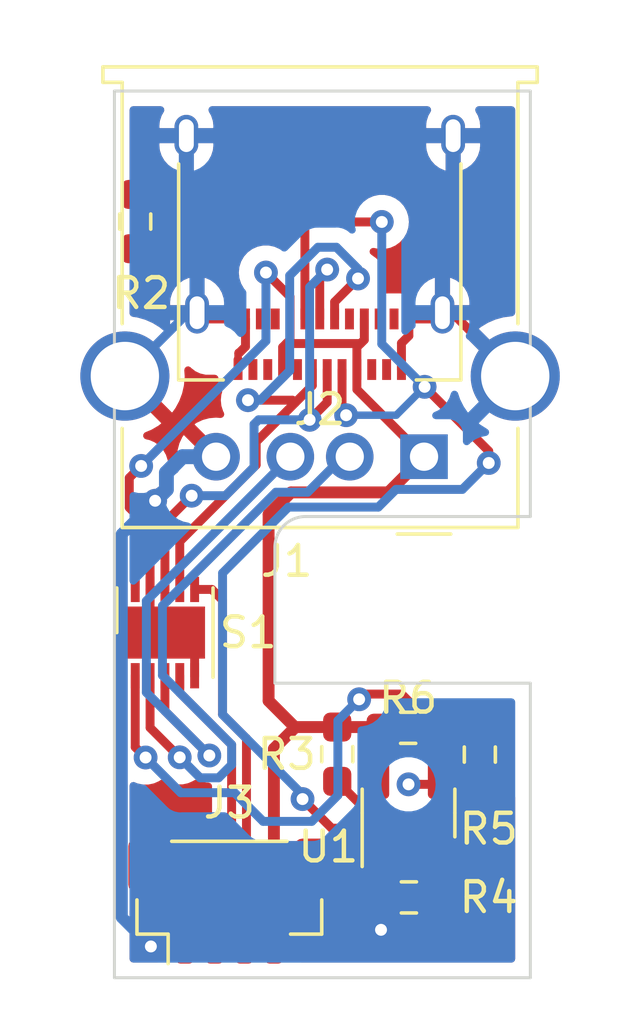
<source format=kicad_pcb>
(kicad_pcb (version 20211014) (generator pcbnew)
  (layers (0 "F.Cu" signal) (31 "B.Cu" signal) (34 "B.Paste" user) (35 "F.Paste" user) (36 "B.SilkS" user "B.Silkscreen") (37 "F.SilkS" user "F.Silkscreen") (38 "B.Mask" user) (39 "F.Mask" user) (44 "Edge.Cuts" user))
  (net 0 "")
  (net 1 "+5V")
  (net 2 "Net-(J1-Pad2)")
  (net 3 "Net-(J1-Pad3)")
  (net 4 "GND")
  (net 5 "Net-(J2-PadA6)")
  (net 6 "Net-(J2-PadA7)")
  (net 8 "Net-(J2-PadA5)")
  (net 10 "Net-(S1-Pad4)")
  (net 11 "Net-(S1-Pad6)")
  (net 12 "Net-(R3-Pad2)")
  (net 13 "Net-(R5-Pad2)")
  (footprint "Resistor_SMD:R_0603_1608Metric_Pad0.98x0.95mm_HandSolder" (layer "F.Cu") (at 171.5 112.4875 -90)
    (fp_text reference "R3" (at 0 1.7 180) (layer "F.SilkS"))
    (fp_text value "100k")
    (fp_line (start -0.254724 0.5225) (end 0.254724 0.5225) (layer "F.SilkS") (width 0.12))
    (fp_line (start -0.254724 -0.5225) (end 0.254724 -0.5225) (layer "F.SilkS") (width 0.12))
    (pad "1" smd roundrect (at -0.9125 0 270) (size 0.975 0.95) (layers "F.Cu" "F.Paste" "F.Mask") (net 1 "+5V"))
    (pad "2" smd roundrect (at 0.9125 0 270) (size 0.975 0.95) (layers "F.Cu" "F.Paste" "F.Mask") (net 12 "Net-(R3-Pad2)"))
  )
  (footprint "Connector_JST:JST_SH_BM04B-SRSS-TB_1x04-1MP_P1.00mm_Vertical" (layer "F.Cu") (at 167.8686 117.4242)
    (fp_text reference "J3" (at 0 -3.3) (layer "F.SilkS"))
    (fp_text value "Conn_01x04_Female")
    (fp_line (start -3.11 1.11) (end -2.06 1.11) (layer "F.SilkS") (width 0.12))
    (fp_line (start -3.11 -0.04) (end -3.11 1.11) (layer "F.SilkS") (width 0.12))
    (fp_line (start 3.11 -0.04) (end 3.11 1.11) (layer "F.SilkS") (width 0.12))
    (fp_line (start -1.94 -2.01) (end 1.94 -2.01) (layer "F.SilkS") (width 0.12))
    (fp_line (start 3.11 1.11) (end 2.06 1.11) (layer "F.SilkS") (width 0.12))
    (fp_line (start -2.06 1.11) (end -2.06 2.1) (layer "F.SilkS") (width 0.12))
    (pad "1" smd roundrect (at -1.5 1.325) (size 0.6 1.55) (layers "F.Cu" "F.Paste" "F.Mask") (net 4 "GND"))
    (pad "2" smd roundrect (at -0.5 1.325) (size 0.6 1.55) (layers "F.Cu" "F.Paste" "F.Mask") (net 10 "Net-(S1-Pad4)"))
    (pad "3" smd roundrect (at 0.5 1.325) (size 0.6 1.55) (layers "F.Cu" "F.Paste" "F.Mask") (net 11 "Net-(S1-Pad6)"))
    (pad "4" smd roundrect (at 1.5 1.325) (size 0.6 1.55) (layers "F.Cu" "F.Paste" "F.Mask") (net 1 "+5V"))
    (pad "MP" smd roundrect (at 2.8 -1.2) (size 1.2 1.8) (layers "F.Cu" "F.Paste" "F.Mask") (roundrect_rratio 0.208333))
    (pad "MP" smd roundrect (at -2.8 -1.2) (size 1.2 1.8) (layers "F.Cu" "F.Paste" "F.Mask") (roundrect_rratio 0.208333))
  )
  (footprint "Resistor_SMD:R_0603_1608Metric_Pad0.98x0.95mm_HandSolder" (layer "F.Cu") (at 173.8875 111.6)
    (fp_text reference "R6" (at 0 -1) (layer "F.SilkS"))
    (fp_text value "5.1k")
    (fp_line (start -0.254724 -0.5225) (end 0.254724 -0.5225) (layer "F.SilkS") (width 0.12))
    (fp_line (start -0.254724 0.5225) (end 0.254724 0.5225) (layer "F.SilkS") (width 0.12))
    (pad "1" smd roundrect (at -0.9125 0) (size 0.975 0.95) (layers "F.Cu" "F.Paste" "F.Mask") (net 1 "+5V"))
    (pad "2" smd roundrect (at 0.9125 0) (size 0.975 0.95) (layers "F.Cu" "F.Paste" "F.Mask") (net 13 "Net-(R5-Pad2)"))
  )
  (footprint "Resistor_SMD:R_0603_1608Metric_Pad0.98x0.95mm_HandSolder" (layer "F.Cu") (at 176.3 112.5 90)
    (fp_text reference "R5" (at -2.5 0.3 180) (layer "F.SilkS"))
    (fp_text value "50k")
    (fp_line (start -0.254724 -0.5225) (end 0.254724 -0.5225) (layer "F.SilkS") (width 0.12))
    (fp_line (start -0.254724 0.5225) (end 0.254724 0.5225) (layer "F.SilkS") (width 0.12))
    (pad "1" smd roundrect (at -0.9125 0 90) (size 0.975 0.95) (layers "F.Cu" "F.Paste" "F.Mask") (net 12 "Net-(R3-Pad2)"))
    (pad "2" smd roundrect (at 0.9125 0 90) (size 0.975 0.95) (layers "F.Cu" "F.Paste" "F.Mask") (net 13 "Net-(R5-Pad2)"))
  )
  (footprint "Package_TO_SOT_SMD:SOT-23-5" (layer "F.Cu") (at 173.9 114.4625 90)
    (fp_text reference "U1" (at -1.1375 -2.7 180) (layer "F.SilkS"))
    (fp_text value "LM397")
    (fp_line (start 0 -1.56) (end -1.8 -1.56) (layer "F.SilkS") (width 0.12))
    (fp_line (start 0 1.56) (end 0.8 1.56) (layer "F.SilkS") (width 0.12))
    (fp_line (start 0 -1.56) (end 0.8 -1.56) (layer "F.SilkS") (width 0.12))
    (fp_line (start 0 1.56) (end -0.8 1.56) (layer "F.SilkS") (width 0.12))
    (pad "1" smd roundrect (at -1.1375 -0.95 90) (size 1.325 0.6) (layers "F.Cu" "F.Paste" "F.Mask") (net 8 "Net-(J2-PadA5)"))
    (pad "2" smd roundrect (at -1.1375 0 90) (size 1.325 0.6) (layers "F.Cu" "F.Paste" "F.Mask") (net 4 "GND"))
    (pad "3" smd roundrect (at -1.1375 0.95 90) (size 1.325 0.6) (layers "F.Cu" "F.Paste" "F.Mask") (net 12 "Net-(R3-Pad2)"))
    (pad "4" smd roundrect (at 1.1375 0.95 90) (size 1.325 0.6) (layers "F.Cu" "F.Paste" "F.Mask") (net 13 "Net-(R5-Pad2)"))
    (pad "5" smd roundrect (at 1.1375 -0.95 90) (size 1.325 0.6) (layers "F.Cu" "F.Paste" "F.Mask") (net 1 "+5V"))
  )
  (footprint "Package_DFN_QFN:DFN-10-1EP_3x3mm_P0.5mm_EP1.75x2.7mm" (layer "F.Cu") (at 165.7 108.4 90)
    (fp_text reference "S1" (at 0 2.8 180) (layer "F.SilkS"))
    (fp_text value "ISL54225")
    (fp_line (start 0 -1.62) (end 1.5 -1.62) (layer "F.SilkS") (width 0.12))
    (fp_line (start -1.5 1.62) (end 1.5 1.62) (layer "F.SilkS") (width 0.12))
    (pad "1" smd rect (at -1.45 -1 90) (size 0.85 0.3) (layers "F.Cu" "F.Paste" "F.Mask") (net 13 "Net-(R5-Pad2)"))
    (pad "2" smd rect (at -1.45 -0.5 90) (size 0.85 0.3) (layers "F.Cu" "F.Paste" "F.Mask") (net 2 "Net-(J1-Pad2)"))
    (pad "3" smd rect (at -1.45 0 90) (size 0.85 0.3) (layers "F.Cu" "F.Paste" "F.Mask") (net 3 "Net-(J1-Pad3)"))
    (pad "4" smd rect (at -1.45 0.5 90) (size 0.85 0.3) (layers "F.Cu" "F.Paste" "F.Mask") (net 10 "Net-(S1-Pad4)"))
    (pad "5" smd rect (at -1.45 1 90) (size 0.85 0.3) (layers "F.Cu" "F.Paste" "F.Mask") (net 4 "GND"))
    (pad "6" smd rect (at 1.45 1 90) (size 0.85 0.3) (layers "F.Cu" "F.Paste" "F.Mask") (net 11 "Net-(S1-Pad6)"))
    (pad "7" smd rect (at 1.45 0.5 90) (size 0.85 0.3) (layers "F.Cu" "F.Paste" "F.Mask") (net 6 "Net-(J2-PadA7)"))
    (pad "8" smd rect (at 1.45 0 90) (size 0.85 0.3) (layers "F.Cu" "F.Paste" "F.Mask") (net 5 "Net-(J2-PadA6)"))
    (pad "9" smd rect (at 1.45 -0.5 90) (size 0.85 0.3) (layers "F.Cu" "F.Paste" "F.Mask") (net 4 "GND"))
    (pad "10" smd rect (at 1.45 -1 90) (size 0.85 0.3) (layers "F.Cu" "F.Paste" "F.Mask") (net 1 "+5V"))
    (pad "11" smd rect (at 0 0 90) (size 1.75 2.7) (layers "F.Cu" "F.Mask") (net 4 "GND"))
  )
  (footprint "Connector_USB:USB_C_Receptacle_Amphenol_12401610E4-2A" (layer "F.Cu") (at 170.911792 94.54 180)
    (fp_text reference "J2" (at 0 -6.36) (layer "F.SilkS"))
    (fp_text value "USB_C_Receptacle_USB2.0")
    (fp_line (start -4.75 -5.37) (end -4.75 1.89) (layer "F.SilkS") (width 0.12))
    (fp_line (start -4.75 -5.37) (end -3.25 -5.37) (layer "F.SilkS") (width 0.12))
    (fp_line (start 3.25 -5.37) (end 4.75 -5.37) (layer "F.SilkS") (width 0.12))
    (fp_line (start 4.75 -5.37) (end 4.75 1.89) (layer "F.SilkS") (width 0.12))
    (pad "" np_thru_hole oval (at 3.6 -4.36 180) (size 0.95 0.65) (drill oval 0.95 0.65) (layers *.Cu *.Mask))
    (pad "" np_thru_hole circle (at -3.6 -4.36 180) (size 0.65 0.65) (drill 0.65) (layers *.Cu *.Mask))
    (pad "A1" smd rect (at -2.75 -5.02 180) (size 0.3 0.7) (layers "F.Cu" "F.Paste" "F.Mask") (net 4 "GND"))
    (pad "A2" smd rect (at -2.25 -5.02 180) (size 0.3 0.7) (layers "F.Cu" "F.Paste" "F.Mask"))
    (pad "A3" smd rect (at -1.75 -5.02 180) (size 0.3 0.7) (layers "F.Cu" "F.Paste" "F.Mask"))
    (pad "A4" smd rect (at -1.25 -5.02 180) (size 0.3 0.7) (layers "F.Cu" "F.Paste" "F.Mask") (net 1 "+5V"))
    (pad "A5" smd rect (at -0.75 -5.02 180) (size 0.3 0.7) (layers "F.Cu" "F.Paste" "F.Mask") (net 8 "Net-(J2-PadA5)"))
    (pad "A6" smd rect (at -0.25 -5.02 180) (size 0.3 0.7) (layers "F.Cu" "F.Paste" "F.Mask") (net 5 "Net-(J2-PadA6)"))
    (pad "A7" smd rect (at 0.25 -5.02 180) (size 0.3 0.7) (layers "F.Cu" "F.Paste" "F.Mask") (net 6 "Net-(J2-PadA7)"))
    (pad "A8" smd rect (at 0.75 -5.02 180) (size 0.3 0.7) (layers "F.Cu" "F.Paste" "F.Mask"))
    (pad "A9" smd rect (at 1.25 -5.02 180) (size 0.3 0.7) (layers "F.Cu" "F.Paste" "F.Mask") (net 1 "+5V"))
    (pad "A10" smd rect (at 1.75 -5.02 180) (size 0.3 0.7) (layers "F.Cu" "F.Paste" "F.Mask"))
    (pad "A11" smd rect (at 2.25 -5.02 180) (size 0.3 0.7) (layers "F.Cu" "F.Paste" "F.Mask"))
    (pad "A12" smd rect (at 2.75 -5.02 180) (size 0.3 0.7) (layers "F.Cu" "F.Paste" "F.Mask") (net 4 "GND"))
    (pad "B1" smd rect (at 2.5 -3.32 180) (size 0.3 0.7) (layers "F.Cu" "F.Paste" "F.Mask") (net 4 "GND"))
    (pad "B2" smd rect (at 2 -3.32 180) (size 0.3 0.7) (layers "F.Cu" "F.Paste" "F.Mask"))
    (pad "B3" smd rect (at 1.5 -3.32 180) (size 0.3 0.7) (layers "F.Cu" "F.Paste" "F.Mask"))
    (pad "B4" smd rect (at 1 -3.32 180) (size 0.3 0.7) (layers "F.Cu" "F.Paste" "F.Mask") (net 1 "+5V"))
    (pad "B5" smd rect (at 0.5 -3.32 180) (size 0.3 0.7) (layers "F.Cu" "F.Paste" "F.Mask") (net 8 "Net-(J2-PadA5)"))
    (pad "B6" smd rect (at 0 -3.32 180) (size 0.3 0.7) (layers "F.Cu" "F.Paste" "F.Mask") (net 5 "Net-(J2-PadA6)"))
    (pad "B7" smd rect (at -0.5 -3.32 180) (size 0.3 0.7) (layers "F.Cu" "F.Paste" "F.Mask") (net 6 "Net-(J2-PadA7)"))
    (pad "B8" smd rect (at -1 -3.32 180) (size 0.3 0.7) (layers "F.Cu" "F.Paste" "F.Mask"))
    (pad "B9" smd rect (at -1.5 -3.32 180) (size 0.3 0.7) (layers "F.Cu" "F.Paste" "F.Mask") (net 1 "+5V"))
    (pad "B10" smd rect (at -2 -3.32 180) (size 0.3 0.7) (layers "F.Cu" "F.Paste" "F.Mask"))
    (pad "B11" smd rect (at -2.5 -3.32 180) (size 0.3 0.7) (layers "F.Cu" "F.Paste" "F.Mask"))
    (pad "B12" smd rect (at -3 -3.32 180) (size 0.3 0.7) (layers "F.Cu" "F.Paste" "F.Mask") (net 4 "GND"))
    (pad "S1" thru_hole oval (at -4.13 -3.11 180) (size 0.8 1.4) (drill oval 0.5 1.1) (layers *.Cu *.Mask) (net 4 "GND"))
    (pad "S1" thru_hole oval (at 4.13 -3.11 180) (size 0.8 1.4) (drill oval 0.5 1.1) (layers *.Cu *.Mask) (net 4 "GND"))
    (pad "S1" thru_hole oval (at 4.49 2.84 180) (size 0.8 1.4) (drill oval 0.5 1.1) (layers *.Cu *.Mask) (net 4 "GND"))
    (pad "S1" thru_hole oval (at -4.49 2.84 180) (size 0.8 1.4) (drill oval 0.5 1.1) (layers *.Cu *.Mask) (net 4 "GND"))
  )
  (footprint "Resistor_SMD:R_0603_1608Metric_Pad0.98x0.95mm_HandSolder" (layer "F.Cu") (at 173.9125 117.3 180)
    (fp_text reference "R4" (at -2.6875 0) (layer "F.SilkS"))
    (fp_text value "1k")
    (fp_line (start -0.254724 -0.5225) (end 0.254724 -0.5225) (layer "F.SilkS") (width 0.12))
    (fp_line (start -0.254724 0.5225) (end 0.254724 0.5225) (layer "F.SilkS") (width 0.12))
    (pad "1" smd roundrect (at -0.9125 0 180) (size 0.975 0.95) (layers "F.Cu" "F.Paste" "F.Mask") (net 12 "Net-(R3-Pad2)"))
    (pad "2" smd roundrect (at 0.9125 0 180) (size 0.975 0.95) (layers "F.Cu" "F.Paste" "F.Mask") (net 4 "GND"))
  )
  (footprint "Connector_USB:USB_A_Molex_67643_Horizontal" (layer "F.Cu") (at 174.4218 102.489 180)
    (fp_text reference "J1" (at 4.6218 -3.511 180) (layer "F.SilkS"))
    (fp_text value "USB_A")
    (fp_line (start -0.9 -2.6) (end 0.9 -2.6) (layer "F.SilkS") (width 0.12))
    (fp_line (start -3.16 12.58) (end -3.16 4.47) (layer "F.SilkS") (width 0.12))
    (fp_line (start -3.81 12.58) (end -3.81 13.1) (layer "F.SilkS") (width 0.12))
    (fp_line (start -3.16 -2.38) (end -3.16 0.95) (layer "F.SilkS") (width 0.12))
    (fp_line (start -3.16 -2.38) (end 10.16 -2.38) (layer "F.SilkS") (width 0.12))
    (fp_line (start 10.81 12.58) (end 10.16 12.58) (layer "F.SilkS") (width 0.12))
    (fp_line (start 10.81 13.1) (end 10.81 12.58) (layer "F.SilkS") (width 0.12))
    (fp_line (start -3.81 13.1) (end 10.81 13.1) (layer "F.SilkS") (width 0.12))
    (fp_line (start 10.16 4.47) (end 10.16 12.58) (layer "F.SilkS") (width 0.12))
    (fp_line (start 10.16 -2.38) (end 10.16 0.95) (layer "F.SilkS") (width 0.12))
    (fp_line (start -3.16 12.58) (end -3.81 12.58) (layer "F.SilkS") (width 0.12))
    (pad "1" thru_hole rect (at 0 0 180) (size 1.6 1.5) (drill 0.95) (layers *.Cu *.Mask) (net 1 "+5V"))
    (pad "2" thru_hole circle (at 2.5 0 180) (size 1.6 1.6) (drill 0.95) (layers *.Cu *.Mask) (net 2 "Net-(J1-Pad2)"))
    (pad "3" thru_hole circle (at 4.5 0 180) (size 1.6 1.6) (drill 0.95) (layers *.Cu *.Mask) (net 3 "Net-(J1-Pad3)"))
    (pad "4" thru_hole circle (at 7 0 180) (size 1.6 1.6) (drill 0.95) (layers *.Cu *.Mask) (net 4 "GND"))
    (pad "5" thru_hole circle (at -3.07 2.71 180) (size 3 3) (drill 2.3) (layers *.Cu *.Mask) (net 4 "GND"))
    (pad "5" thru_hole circle (at 10.07 2.71 180) (size 3 3) (drill 2.3) (layers *.Cu *.Mask) (net 4 "GND"))
  )
  (footprint "Resistor_SMD:R_0603_1608Metric_Pad0.98x0.95mm_HandSolder" (layer "F.Cu") (at 164.7 94.5875 90)
    (fp_text reference "R2" (at -2.4125 0.2 180) (layer "F.SilkS"))
    (fp_text value "5.1k")
    (fp_line (start -0.254724 0.5225) (end 0.254724 0.5225) (layer "F.SilkS") (width 0.12))
    (fp_line (start -0.254724 -0.5225) (end 0.254724 -0.5225) (layer "F.SilkS") (width 0.12))
    (pad "1" smd roundrect (at -0.9125 0 90) (size 0.975 0.95) (layers "F.Cu" "F.Paste" "F.Mask") (net 8 "Net-(J2-PadA5)"))
    (pad "2" smd roundrect (at 0.9125 0 90) (size 0.975 0.95) (layers "F.Cu" "F.Paste" "F.Mask") (net 4 "GND"))
  )
  (gr_line (start 170.434 104.5) (end 178 104.5) (layer "Edge.Cuts") (width 0.1))
  (gr_line (start 169.4 110.1) (end 169.4 105.537051) (layer "Edge.Cuts") (width 0.1))
  (gr_line (start 178 110.1) (end 178 120) (layer "Edge.Cuts") (width 0.1))
  (gr_line (start 178 90.2) (end 178 104.5) (layer "Edge.Cuts") (width 0.1))
  (gr_line (start 169.4 110.1) (end 178 110.1) (layer "Edge.Cuts") (width 0.1))
  (gr_line (start 178 90.2) (end 164 90.2) (layer "Edge.Cuts") (width 0.1))
  (gr_line (start 178 120) (end 164 120) (layer "Edge.Cuts") (width 0.1))
  (gr_line (start 164 120) (end 164 90.2) (layer "Edge.Cuts") (width 0.1))
  (gr_arc (start 169.4 105.537051) (mid 169.70222 104.804377) (end 170.434 104.5) (layer "Edge.Cuts") (width 0.1))
  (segment (start 169.785896 98.685896) (end 169.911792 98.56) (width 0.3) (layer "F.Cu") (net 1))
  (segment (start 169.785896 98.685896) (end 172.285896 98.685896) (width 0.3) (layer "F.Cu") (net 1))
  (segment (start 164.5 103.2) (end 164.9 102.8) (width 0.3) (layer "F.Cu") (net 1))
  (segment (start 173.2218 103.689) (end 169.9452 103.689) (width 0.4) (layer "F.Cu") (net 1))
  (segment (start 169.7 103.9342) (end 169.682957 103.9342) (width 0.4) (layer "F.Cu") (net 1))
  (segment (start 169.682957 103.9342) (end 169.1894 104.427757) (width 0.4) (layer "F.Cu") (net 1))
  (segment (start 174.4218 102.489) (end 174.3718 102.489) (width 0.4) (layer "F.Cu") (net 1))
  (segment (start 172.411792 98.56) (end 172.411792 97.86) (width 0.3) (layer "F.Cu") (net 1))
  (segment (start 169.661792 99.56) (end 169.661792 98.81) (width 0.3) (layer "F.Cu") (net 1))
  (segment (start 169.1894 110.6932) (end 170.0712 111.575) (width 0.4) (layer "F.Cu") (net 1))
  (segment (start 169.7 103.9342) (end 169.9452 103.689) (width 0.4) (layer "F.Cu") (net 1))
  (segment (start 172.95 111.625) (end 172.975 111.6) (width 0.4) (layer "F.Cu") (net 1))
  (segment (start 174.4218 102.489) (end 173.2218 103.689) (width 0.4) (layer "F.Cu") (net 1))
  (segment (start 171.5 111.575) (end 172.95 111.575) (width 0.4) (layer "F.Cu") (net 1))
  (segment (start 164.7 104.4) (end 164.5 104.2) (width 0.3) (layer "F.Cu") (net 1))
  (segment (start 169.661792 98.81) (end 169.785896 98.685896) (width 0.3) (layer "F.Cu") (net 1))
  (segment (start 169.1 96.3) (end 169.911792 97.111792) (width 0.3) (layer "F.Cu") (net 1))
  (segment (start 169.1894 104.427757) (end 169.1894 110.6932) (width 0.4) (layer "F.Cu") (net 1))
  (segment (start 169.3686 118.7492) (end 169.3686 112.303) (width 0.4) (layer "F.Cu") (net 1))
  (segment (start 164.5 104.2) (end 164.5 103.2) (width 0.3) (layer "F.Cu") (net 1))
  (segment (start 170.0966 111.575) (end 171.5 111.575) (width 0.4) (layer "F.Cu") (net 1))
  (segment (start 170.0712 111.575) (end 170.0966 111.575) (width 0.4) (layer "F.Cu") (net 1))
  (segment (start 164.7 106.95) (end 164.7 104.4) (width 0.3) (layer "F.Cu") (net 1))
  (segment (start 172.161792 99.56) (end 172.161792 98.81) (width 0.3) (layer "F.Cu") (net 1))
  (segment (start 169.911792 97.111792) (end 169.911792 97.86) (width 0.3) (layer "F.Cu") (net 1))
  (segment (start 172.95 113.325) (end 172.95 111.625) (width 0.4) (layer "F.Cu") (net 1))
  (segment (start 169.911792 98.56) (end 169.911792 97.86) (width 0.3) (layer "F.Cu") (net 1))
  (segment (start 172.285896 98.685896) (end 172.411792 98.56) (width 0.3) (layer "F.Cu") (net 1))
  (segment (start 172.161792 100.228992) (end 174.4218 102.489) (width 0.3) (layer "F.Cu") (net 1))
  (segment (start 172.95 111.575) (end 172.975 111.6) (width 0.4) (layer "F.Cu") (net 1))
  (segment (start 172.161792 98.81) (end 172.411792 98.56) (width 0.3) (layer "F.Cu") (net 1))
  (segment (start 169.3686 112.303) (end 170.0966 111.575) (width 0.4) (layer "F.Cu") (net 1))
  (segment (start 172.161792 99.56) (end 172.161792 100.228992) (width 0.3) (layer "F.Cu") (net 1))
  (via (at 164.9 102.8) (size 0.8) (drill 0.4) (layers "F.Cu" "B.Cu") (net 1))
  (via (at 169.1 96.3) (size 0.8) (drill 0.4) (layers "F.Cu" "B.Cu") (net 1))
  (segment (start 169.1 98.6) (end 169.1 96.3) (width 0.3) (layer "B.Cu") (net 1))
  (segment (start 164.9 102.8) (end 169.1 98.6) (width 0.3) (layer "B.Cu") (net 1))
  (segment (start 165.2 111.595932) (end 166.197234 112.593166) (width 0.3) (layer "F.Cu") (net 2))
  (segment (start 165.2 109.85) (end 165.2 111.595932) (width 0.3) (layer "F.Cu") (net 2))
  (via (at 166.197234 112.593166) (size 0.8) (drill 0.4) (layers "F.Cu" "B.Cu") (net 2))
  (segment (start 165.616553 107.501353) (end 169.435106 103.6828) (width 0.3) (layer "B.Cu") (net 2))
  (segment (start 167.505961 113.281277) (end 167.9453 112.841938) (width 0.3) (layer "B.Cu") (net 2))
  (segment (start 169.435106 103.6828) (end 170.505068 103.6828) (width 0.3) (layer "B.Cu") (net 2))
  (segment (start 166.885345 113.281277) (end 167.505961 113.281277) (width 0.3) (layer "B.Cu") (net 2))
  (segment (start 165.616553 109.838153) (end 165.616553 107.501353) (width 0.3) (layer "B.Cu") (net 2))
  (segment (start 167.9453 112.841938) (end 167.9453 112.1669) (width 0.3) (layer "B.Cu") (net 2))
  (segment (start 170.505068 103.6828) (end 171.698868 102.489) (width 0.3) (layer "B.Cu") (net 2))
  (segment (start 167.9453 112.1669) (end 165.616553 109.838153) (width 0.3) (layer "B.Cu") (net 2))
  (segment (start 166.197234 112.593166) (end 166.885345 113.281277) (width 0.3) (layer "B.Cu") (net 2))
  (segment (start 171.698868 102.489) (end 171.9218 102.489) (width 0.3) (layer "B.Cu") (net 2))
  (segment (start 165.7 111.035977) (end 167.1953 112.531277) (width 0.3) (layer "F.Cu") (net 3))
  (segment (start 165.7 109.85) (end 165.7 111.035977) (width 0.3) (layer "F.Cu") (net 3))
  (via (at 167.1953 112.531277) (size 0.8) (drill 0.4) (layers "F.Cu" "B.Cu") (net 3))
  (segment (start 165.0746 110.410577) (end 167.1953 112.531277) (width 0.3) (layer "B.Cu") (net 3))
  (segment (start 169.9218 102.489) (end 165.0746 107.3362) (width 0.3) (layer "B.Cu") (net 3))
  (segment (start 165.0746 107.3362) (end 165.0746 110.410577) (width 0.3) (layer "B.Cu") (net 3))
  (segment (start 168.161792 99.56) (end 168.161792 99.025) (width 0.25) (layer "F.Cu") (net 4))
  (segment (start 166.3686 118.7492) (end 165.426 118.7492) (width 0.4) (layer "F.Cu") (net 4))
  (segment (start 173.661792 98.674999) (end 173.911792 98.424999) (width 0.3) (layer "F.Cu") (net 4))
  (segment (start 168.186792 99.013208) (end 168.186792 99) (width 0.3) (layer "F.Cu") (net 4))
  (segment (start 175.3628 97.65) (end 177.4918 99.779) (width 0.3) (layer "F.Cu") (net 4))
  (segment (start 166.025 108.4) (end 166.7 109.075) (width 0.3) (layer "F.Cu") (net 4))
  (segment (start 168.161792 99.56) (end 168.161792 99.225305) (width 0.3) (layer "F.Cu") (net 4))
  (segment (start 166.991792 97.86) (end 166.781792 97.65) (width 0.3) (layer "F.Cu") (net 4))
  (segment (start 173.911792 97.86) (end 174.831792 97.86) (width 0.3) (layer "F.Cu") (net 4))
  (segment (start 173.661792 99.56) (end 173.661792 98.674999) (width 0.3) (layer "F.Cu") (net 4))
  (segment (start 168.411792 97.86) (end 166.991792 97.86) (width 0.3) (layer "F.Cu") (net 4))
  (segment (start 175.041792 97.65) (end 175.3628 97.65) (width 0.3) (layer "F.Cu") (net 4))
  (segment (start 165.7 108.4) (end 166.025 108.4) (width 0.3) (layer "F.Cu") (net 4))
  (segment (start 165.2 104.140046) (end 165.2 106.95) (width 0.3) (layer "F.Cu") (net 4))
  (segment (start 167.0618 102.489) (end 167.4218 102.489) (width 0.3) (layer "F.Cu") (net 4))
  (segment (start 173.911792 98.424999) (end 173.911792 97.86) (width 0.3) (layer "F.Cu") (net 4))
  (segment (start 165.426 118.7492) (end 165.227 118.9482) (width 0.4) (layer "F.Cu") (net 4))
  (segment (start 173.9 116.4) (end 173 117.3) (width 0.3) (layer "F.Cu") (net 4))
  (segment (start 174.831792 97.86) (end 175.041792 97.65) (width 0.3) (layer "F.Cu") (net 4))
  (segment (start 168.161792 99.025) (end 168.186792 99) (width 0.25) (layer "F.Cu") (net 4))
  (segment (start 166.7 109.075) (end 166.7 109.85) (width 0.3) (layer "F.Cu") (net 4))
  (segment (start 166.7 109.85) (end 166.7 109.861646) (width 0.3) (layer "F.Cu") (net 4))
  (segment (start 172.974 118.3894) (end 172.974 117.326) (width 0.4) (layer "F.Cu") (net 4))
  (segment (start 168.411792 97.86) (end 168.411792 98.788208) (width 0.3) (layer "F.Cu") (net 4))
  (segment (start 173.9 115.6) (end 173.9 116.4) (width 0.3) (layer "F.Cu") (net 4))
  (segment (start 165.2 106.95) (end 165.2 107.9) (width 0.3) (layer "F.Cu") (net 4))
  (segment (start 168.411792 98.788208) (end 168.186792 99.013208) (width 0.3) (layer "F.Cu") (net 4))
  (segment (start 165.2 107.9) (end 165.7 108.4) (width 0.3) (layer "F.Cu") (net 4))
  (segment (start 165.370023 103.970023) (end 165.2 104.140046) (width 0.3) (layer "F.Cu") (net 4))
  (segment (start 172.974 117.326) (end 173 117.3) (width 0.4) (layer "F.Cu") (net 4))
  (via (at 172.974 118.3894) (size 0.8) (drill 0.4) (layers "F.Cu" "B.Cu") (net 4))
  (via (at 165.227 118.9482) (size 0.8) (drill 0.4) (layers "F.Cu" "B.Cu") (net 4))
  (via (at 165.370023 103.970023) (size 0.8) (drill 0.4) (layers "F.Cu" "B.Cu") (net 4))
  (segment (start 166.29043 102.489) (end 165.75 103.02943) (width 0.5) (layer "B.Cu") (net 4))
  (segment (start 164.2492 117.9704) (end 165.227 118.9482) (width 0.4) (layer "B.Cu") (net 4))
  (segment (start 166.4808 97.65) (end 164.3518 99.779) (width 0.3) (layer "B.Cu") (net 4))
  (segment (start 164.2492 105.090846) (end 164.2492 117.9704) (width 0.4) (layer "B.Cu") (net 4))
  (segment (start 167.4218 102.489) (end 166.29043 102.489) (width 0.5) (layer "B.Cu") (net 4))
  (segment (start 165.75 103.02943) (end 165.75 103.590046) (width 0.5) (layer "B.Cu") (net 4))
  (segment (start 165.75 103.590046) (end 165.370023 103.970023) (width 0.5) (layer "B.Cu") (net 4))
  (segment (start 165.370023 103.970023) (end 164.2492 105.090846) (width 0.4) (layer "B.Cu") (net 4))
  (segment (start 166.781792 97.65) (end 166.4808 97.65) (width 0.3) (layer "B.Cu") (net 4))
  (segment (start 170.911792 96.4495) (end 171.161292 96.2) (width 0.3) (layer "F.Cu") (net 5))
  (segment (start 165.7 106.95) (end 165.7 104.7) (width 0.3) (layer "F.Cu") (net 5))
  (segment (start 171.161792 99.56) (end 171.161792 100.658163) (width 0.3) (layer "F.Cu") (net 5))
  (segment (start 170.911792 97.86) (end 170.911792 96.4495) (width 0.3) (layer "F.Cu") (net 5))
  (segment (start 171.161792 100.658163) (end 170.57085 101.249105) (width 0.3) (layer "F.Cu") (net 5))
  (segment (start 165.7 104.7) (end 166.6 103.8) (width 0.3) (layer "F.Cu") (net 5))
  (via (at 170.57085 101.249105) (size 0.8) (drill 0.4) (layers "F.Cu" "B.Cu") (net 5))
  (via (at 171.161292 96.2) (size 0.8) (drill 0.4) (layers "F.Cu" "B.Cu") (net 5))
  (via (at 166.6 103.8) (size 0.8) (drill 0.4) (layers "F.Cu" "B.Cu") (net 5))
  (segment (start 167.737146 103.8) (end 168.7 102.837146) (width 0.3) (layer "B.Cu") (net 5))
  (segment (start 170.57085 96.790442) (end 170.57085 101.249105) (width 0.3) (layer "B.Cu") (net 5))
  (segment (start 168.7 102.837146) (end 168.7 101.4) (width 0.3) (layer "B.Cu") (net 5))
  (segment (start 168.850895 101.249105) (end 170.57085 101.249105) (width 0.3) (layer "B.Cu") (net 5))
  (segment (start 168.7 101.4) (end 168.850895 101.249105) (width 0.3) (layer "B.Cu") (net 5))
  (segment (start 166.6 103.8) (end 167.737146 103.8) (width 0.3) (layer "B.Cu") (net 5))
  (segment (start 171.161292 96.2) (end 170.57085 96.790442) (width 0.3) (layer "B.Cu") (net 5))
  (segment (start 171.411792 97.86) (end 171.411792 97.288208) (width 0.3) (layer "F.Cu") (net 6))
  (segment (start 169.989776 100.589776) (end 170.08 100.68) (width 0.3) (layer "F.Cu") (net 6))
  (segment (start 166.2 105.337146) (end 168.7718 102.765346) (width 0.3) (layer "F.Cu") (net 6))
  (segment (start 168.494473 100.589776) (end 169.989776 100.589776) (width 0.3) (layer "F.Cu") (net 6))
  (segment (start 170.661792 100.098208) (end 170.661792 99.56) (width 0.3) (layer "F.Cu") (net 6))
  (segment (start 168.7718 101.9882) (end 170.08 100.68) (width 0.3) (layer "F.Cu") (net 6))
  (segment (start 168.7718 102.765346) (end 168.7718 101.9882) (width 0.3) (layer "F.Cu") (net 6))
  (segment (start 171.411792 97.288208) (end 172.2 96.5) (width 0.3) (layer "F.Cu") (net 6))
  (segment (start 170.08 100.68) (end 170.661792 100.098208) (width 0.3) (layer "F.Cu") (net 6))
  (segment (start 166.2 106.95) (end 166.2 105.337146) (width 0.3) (layer "F.Cu") (net 6))
  (via (at 168.494473 100.589776) (size 0.8) (drill 0.4) (layers "F.Cu" "B.Cu") (net 6))
  (via (at 172.2 96.5) (size 0.8) (drill 0.4) (layers "F.Cu" "B.Cu") (net 6))
  (segment (start 172.2 96.5) (end 172.2 96.178047) (width 0.3) (layer "B.Cu") (net 6))
  (segment (start 170.850631 95.45) (end 169.9 96.400631) (width 0.3) (layer "B.Cu") (net 6))
  (segment (start 168.910224 100.589776) (end 168.494473 100.589776) (width 0.3) (layer "B.Cu") (net 6))
  (segment (start 172.2 96.178047) (end 171.471953 95.45) (width 0.3) (layer "B.Cu") (net 6))
  (segment (start 171.471953 95.45) (end 170.850631 95.45) (width 0.3) (layer "B.Cu") (net 6))
  (segment (start 169.9 96.400631) (end 169.9 99.6) (width 0.3) (layer "B.Cu") (net 6))
  (segment (start 169.9 99.6) (end 168.910224 100.589776) (width 0.3) (layer "B.Cu") (net 6))
  (segment (start 176.6 102.3) (end 174.440923 100.140923) (width 0.3) (layer "F.Cu") (net 8))
  (segment (start 170.5 94.6) (end 170.411792 94.511792) (width 0.3) (layer "F.Cu") (net 8))
  (segment (start 173 94.6) (end 170.5 94.6) (width 0.3) (layer "F.Cu") (net 8))
  (segment (start 169.2 93.3) (end 170.411792 94.511792) (width 0.3) (layer "F.Cu") (net 8))
  (segment (start 172.3242 114.9742) (end 171.3114 114.9742) (width 0.3) (layer "F.Cu") (net 8))
  (segment (start 166.9 93.3) (end 169.2 93.3) (width 0.3) (layer "F.Cu") (net 8))
  (segment (start 172.95 115.6) (end 172.3242 114.9742) (width 0.3) (layer "F.Cu") (net 8))
  (segment (start 176.6 102.7) (end 176.6 102.3) (width 0.3) (layer "F.Cu") (net 8))
  (segment (start 171.661792 100.957092) (end 171.799548 101.094848) (width 0.3) (layer "F.Cu") (net 8))
  (segment (start 164.7 95.5) (end 166.9 93.3) (width 0.3) (layer "F.Cu") (net 8))
  (segment (start 171.661792 99.56) (end 171.661792 100.957092) (width 0.3) (layer "F.Cu") (net 8))
  (segment (start 170.411792 94.511792) (end 170.411792 97.86) (width 0.3) (layer "F.Cu") (net 8))
  (segment (start 171.3114 114.9742) (end 170.3324 113.9952) (width 0.3) (layer "F.Cu") (net 8))
  (via (at 174.440923 100.140923) (size 0.8) (drill 0.4) (layers "F.Cu" "B.Cu") (net 8))
  (via (at 170.3324 113.9952) (size 0.8) (drill 0.4) (layers "F.Cu" "B.Cu") (net 8))
  (via (at 171.799548 101.094848) (size 0.8) (drill 0.4) (layers "F.Cu" "B.Cu") (net 8))
  (via (at 173 94.6) (size 0.8) (drill 0.4) (layers "F.Cu" "B.Cu") (net 8))
  (via (at 176.6 102.7) (size 0.8) (drill 0.4) (layers "F.Cu" "B.Cu") (net 8))
  (segment (start 167.64 111.154494) (end 170.3324 113.846894) (width 0.3) (layer "B.Cu") (net 8))
  (segment (start 175.711 103.589) (end 173.476799 103.589) (width 0.3) (layer "B.Cu") (net 8))
  (segment (start 174.440923 100.140923) (end 173 98.7) (width 0.3) (layer "B.Cu") (net 8))
  (segment (start 174.440923 100.140923) (end 173.486998 101.094848) (width 0.25) (layer "B.Cu") (net 8))
  (segment (start 173.486998 101.094848) (end 171.799548 101.094848) (width 0.25) (layer "B.Cu") (net 8))
  (segment (start 167.64 106.4006) (end 167.64 111.154494) (width 0.3) (layer "B.Cu") (net 8))
  (segment (start 173 98.7) (end 173 94.6) (width 0.3) (layer "B.Cu") (net 8))
  (segment (start 176.6 102.7) (end 175.711 103.589) (width 0.3) (layer "B.Cu") (net 8))
  (segment (start 173.476799 103.589) (end 172.882999 104.1828) (width 0.3) (layer "B.Cu") (net 8))
  (segment (start 172.882999 104.1828) (end 169.8578 104.1828) (width 0.3) (layer "B.Cu") (net 8))
  (segment (start 170.3324 113.846894) (end 170.3324 113.9952) (width 0.3) (layer "B.Cu") (net 8))
  (segment (start 169.8578 104.1828) (end 167.64 106.4006) (width 0.3) (layer "B.Cu") (net 8))
  (segment (start 167.3686 118.7492) (end 167.3686 117.7464) (width 0.3) (layer "F.Cu") (net 10))
  (segment (start 166.2 109.85) (end 166.2 110.4216) (width 0.3) (layer "F.Cu") (net 10))
  (segment (start 167.9448 117.1702) (end 167.9448 112.1664) (width 0.3) (layer "F.Cu") (net 10))
  (segment (start 167.9448 112.1664) (end 166.2 110.4216) (width 0.3) (layer "F.Cu") (net 10))
  (segment (start 167.3686 117.7464) (end 167.9448 117.1702) (width 0.3) (layer "F.Cu") (net 10))
  (segment (start 168.440706 111.9552) (end 168.4448 111.9552) (width 0.3) (layer "F.Cu") (net 11))
  (segment (start 168.3686 118.7492) (end 168.4448 118.673) (width 0.3) (layer "F.Cu") (net 11))
  (segment (start 168.3686 118.7878) (end 168.4274 118.8466) (width 0.3) (layer "F.Cu") (net 11))
  (segment (start 167.280595 106.95) (end 167.637953 107.307358) (width 0.3) (layer "F.Cu") (net 11))
  (segment (start 166.7 106.95) (end 167.280595 106.95) (width 0.3) (layer "F.Cu") (net 11))
  (segment (start 168.4448 118.673) (end 168.4448 111.9552) (width 0.3) (layer "F.Cu") (net 11))
  (segment (start 167.637953 107.307358) (end 167.637953 111.152447) (width 0.3) (layer "F.Cu") (net 11))
  (segment (start 168.3686 118.7492) (end 168.3686 118.7878) (width 0.3) (layer "F.Cu") (net 11))
  (segment (start 167.637953 111.152447) (end 168.440706 111.9552) (width 0.3) (layer "F.Cu") (net 11))
  (segment (start 174.85 115.180393) (end 174.85 115.6) (width 0.3) (layer "F.Cu") (net 12))
  (segment (start 172.6875 114.5875) (end 174.257107 114.5875) (width 0.3) (layer "F.Cu") (net 12))
  (segment (start 174.85 115.6) (end 174.85 114.8625) (width 0.3) (layer "F.Cu") (net 12))
  (segment (start 174.85 114.8625) (end 176.3 113.4125) (width 0.3) (layer "F.Cu") (net 12))
  (segment (start 174.85 115.6) (end 174.85 117.275) (width 0.3) (layer "F.Cu") (net 12))
  (segment (start 171.5 113.4) (end 172.6875 114.5875) (width 0.3) (layer "F.Cu") (net 12))
  (segment (start 174.85 117.275) (end 174.825 117.3) (width 0.3) (layer "F.Cu") (net 12))
  (segment (start 174.257107 114.5875) (end 174.85 115.180393) (width 0.3) (layer "F.Cu") (net 12))
  (segment (start 172.413632 110.466168) (end 172.2374 110.6424) (width 0.3) (layer "F.Cu") (net 13))
  (segment (start 173.9 113.5) (end 174.675 113.5) (width 0.3) (layer "F.Cu") (net 13))
  (segment (start 174.8 111.6) (end 173.666168 110.466168) (width 0.3) (layer "F.Cu") (net 13))
  (segment (start 174.85 111.65) (end 174.8 111.6) (width 0.3) (layer "F.Cu") (net 13))
  (segment (start 174.675 113.5) (end 174.85 113.325) (width 0.3) (layer "F.Cu") (net 13))
  (segment (start 174.85 113.325) (end 174.85 111.65) (width 0.3) (layer "F.Cu") (net 13))
  (segment (start 164.7 109.85) (end 164.7 112.249) (width 0.3) (layer "F.Cu") (net 13))
  (segment (start 173.666168 110.466168) (end 172.413632 110.466168) (width 0.3) (layer "F.Cu") (net 13))
  (segment (start 164.7 112.249) (end 165.0492 112.5982) (width 0.3) (layer "F.Cu") (net 13))
  (segment (start 174.8 111.6) (end 176.2875 111.6) (width 0.3) (layer "F.Cu") (net 13))
  (segment (start 176.2875 111.6) (end 176.3 111.5875) (width 0.3) (layer "F.Cu") (net 13))
  (via (at 165.0492 112.5982) (size 0.8) (drill 0.4) (layers "F.Cu" "B.Cu") (net 13))
  (via (at 172.2374 110.6424) (size 0.8) (drill 0.4) (layers "F.Cu" "B.Cu") (net 13))
  (via (at 173.9 113.5) (size 0.8) (drill 0.4) (layers "F.Cu" "B.Cu") (net 13))
  (segment (start 171.521832 111.357968) (end 171.521832 113.866429) (width 0.3) (layer "B.Cu") (net 13))
  (segment (start 165.0492 112.5982) (end 166.232277 113.781277) (width 0.3) (layer "B.Cu") (net 13))
  (segment (start 172.2374 110.6424) (end 171.521832 111.357968) (width 0.3) (layer "B.Cu") (net 13))
  (segment (start 166.232277 113.781277) (end 168.041523 113.781277) (width 0.3) (layer "B.Cu") (net 13))
  (segment (start 170.643061 114.7452) (end 171.521832 113.866429) (width 0.3) (layer "B.Cu") (net 13))
  (segment (start 169.005446 114.7452) (end 170.643061 114.7452) (width 0.3) (layer "B.Cu") (net 13))
  (segment (start 168.041523 113.781277) (end 169.005446 114.7452) (width 0.3) (layer "B.Cu") (net 13))
  (zone (net 4) (net_name "GND") (layer "F.Cu") (connect_pads (clearance 0.508)) (min_thickness 0.254) (fill yes (thermal_gap 0.508) (thermal_bridge_width 0.508))
    (polygon (pts (xy 178.0032 104.4956) (xy 169.926 105.1306) (xy 169.418 110.0836) (xy 178 110.109) (xy 178.0032 119.9896) (xy 164 119.9896) (xy 164 90) (xy 178 90)))
  )
  (zone (net 4) (net_name "GND") (layer "B.Cu") (connect_pads (clearance 0.508)) (min_thickness 0.254) (fill yes (thermal_gap 0.508) (thermal_bridge_width 0.508))
    (polygon (pts (xy 178.0286 104.4956) (xy 169.926 105.1306) (xy 169.418 110.0836) (xy 177.9778 110.109) (xy 178 119.9896) (xy 164 119.9896) (xy 164 90) (xy 178 90)))
  )
)
</source>
